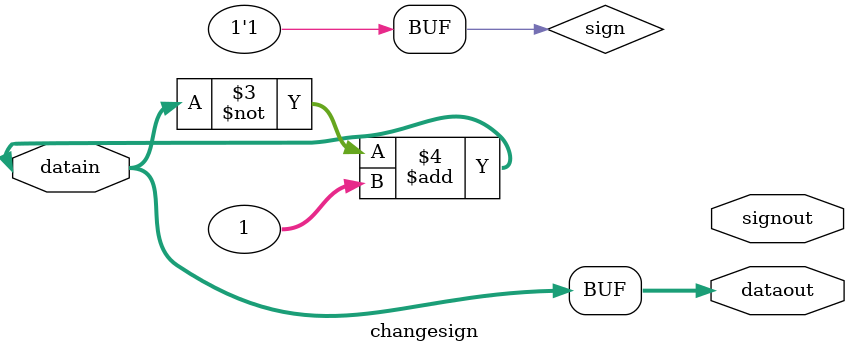
<source format=v>
module changesign(datain,dataout,signout);
input [31:0]datain;
output [31:0]dataout;
output signout;
reg [31:0]dataout;
reg signout;

always @(datain[31] == 0)
    begin
    dataout = datain;
    sign = 0;
    end
    
always @(datain[31] == 0)
    begin
    dataout = (~datain) + 1;
    sign = 1;
    end
endmodule
    
</source>
